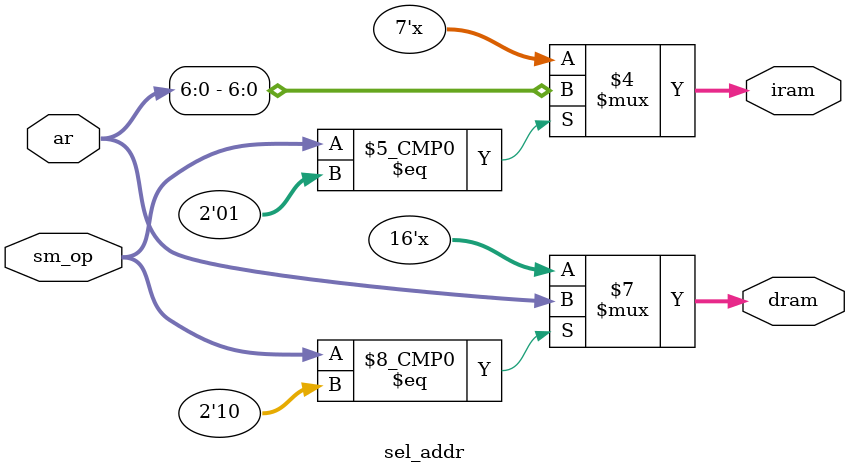
<source format=v>
`timescale 1ns / 1ps

module sel_addr(sm_op, ar, dram, iram);

input [1:0] sm_op;
input [15:0] ar;
output reg [6:0] iram;
output reg [15:0] dram;

always @(sm_op or ar)
begin
	case (sm_op)
		2'd1: iram = ar;
		2'd2: dram = ar;
		
	endcase
end

endmodule

</source>
